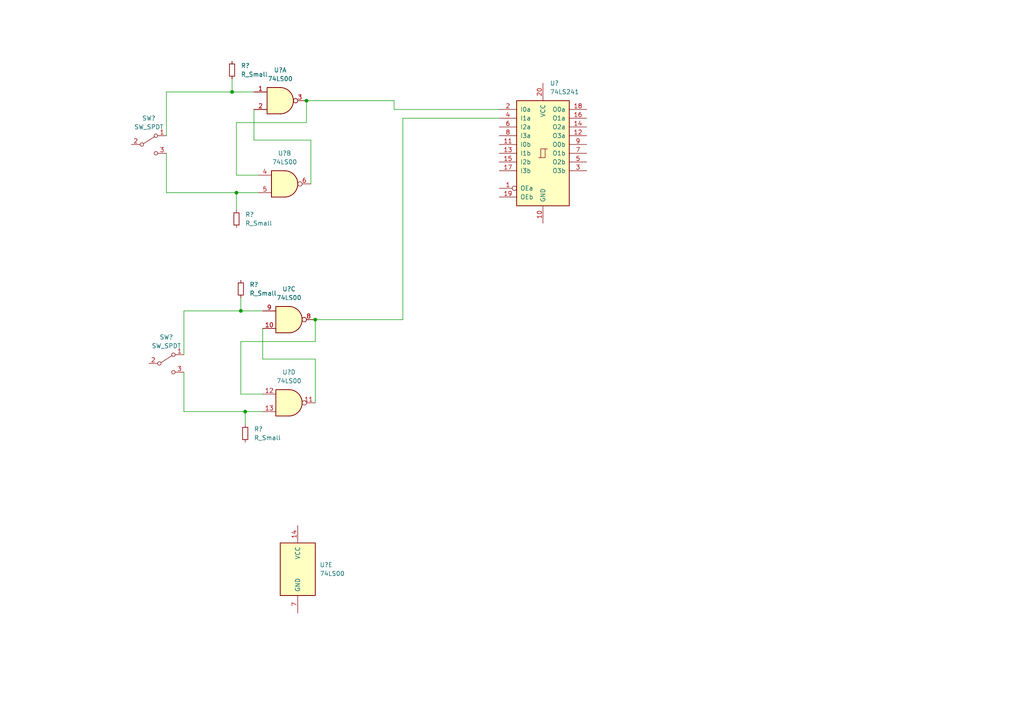
<source format=kicad_sch>
(kicad_sch (version 20211123) (generator eeschema)
  (paper "A4")
  (lib_symbols
    (symbol "74xx:74LS00" (pin_names (offset 1.016))
      (property "Reference" "U" (at 0 1.27 0))
      (property "Value" "74LS00" (at 0 -1.27 0))
      (symbol "74LS00_1_1"
        (arc (start 0 -3.81) (mid 3.81 0) (end 0 3.81) (stroke (width 0.254)) (fill (type background)))
        (polyline (pts (xy 0 3.81) (xy -3.81 3.81) (xy -3.81 -3.81) (xy 0 -3.81)) (stroke (width 0.254)) (fill (type background)))
        (pin input line (at -7.62 2.54 0) (length 3.81) (name "~") (number "1"))
        (pin input line (at -7.62 -2.54 0) (length 3.81) (name "~") (number "2"))
        (pin output inverted (at 7.62 0 180) (length 3.81) (name "~") (number "3"))
      )
      (symbol "74LS00_1_2"
        (arc (start -3.81 -3.81) (mid -2.589 0) (end -3.81 3.81) (stroke (width 0.254)))
        (arc (start -0.6096 -3.81) (mid 2.1855 -2.584) (end 3.81 0) (stroke (width 0.254)) (fill (type background)))
        (polyline (pts (xy -3.81 -3.81) (xy -0.635 -3.81)) (stroke (width 0.254)) (fill (type background)))
        (polyline (pts (xy -3.81 3.81) (xy -0.635 3.81)) (stroke (width 0.254)) (fill (type background)))
        (polyline (pts (xy -0.635 3.81) (xy -3.81 3.81) (xy -3.81 3.81) (xy -3.556 3.4036) (xy -3.0226 2.2606) (xy -2.6924 1.0414) (xy -2.6162 -0.254) (xy -2.7686 -1.4986) (xy -3.175 -2.7178) (xy -3.81 -3.81) (xy -3.81 -3.81) (xy -0.635 -3.81)) (stroke (width -25.4)) (fill (type background)))
        (arc (start 3.81 0) (mid 2.1928 2.5925) (end -0.6096 3.81) (stroke (width 0.254)) (fill (type background)))
        (pin input inverted (at -7.62 2.54 0) (length 4.318) (name "~") (number "1"))
        (pin input inverted (at -7.62 -2.54 0) (length 4.318) (name "~") (number "2"))
        (pin output line (at 7.62 0 180) (length 3.81) (name "~") (number "3"))
      )
      (symbol "74LS00_2_1"
        (arc (start 0 -3.81) (mid 3.81 0) (end 0 3.81) (stroke (width 0.254)) (fill (type background)))
        (polyline (pts (xy 0 3.81) (xy -3.81 3.81) (xy -3.81 -3.81) (xy 0 -3.81)) (stroke (width 0.254)) (fill (type background)))
        (pin input line (at -7.62 2.54 0) (length 3.81) (name "~") (number "4"))
        (pin input line (at -7.62 -2.54 0) (length 3.81) (name "~") (number "5"))
        (pin output inverted (at 7.62 0 180) (length 3.81) (name "~") (number "6"))
      )
      (symbol "74LS00_2_2"
        (arc (start -3.81 -3.81) (mid -2.589 0) (end -3.81 3.81) (stroke (width 0.254)))
        (arc (start -0.6096 -3.81) (mid 2.1855 -2.584) (end 3.81 0) (stroke (width 0.254)) (fill (type background)))
        (polyline (pts (xy -3.81 -3.81) (xy -0.635 -3.81)) (stroke (width 0.254)) (fill (type background)))
        (polyline (pts (xy -3.81 3.81) (xy -0.635 3.81)) (stroke (width 0.254)) (fill (type background)))
        (polyline (pts (xy -0.635 3.81) (xy -3.81 3.81) (xy -3.81 3.81) (xy -3.556 3.4036) (xy -3.0226 2.2606) (xy -2.6924 1.0414) (xy -2.6162 -0.254) (xy -2.7686 -1.4986) (xy -3.175 -2.7178) (xy -3.81 -3.81) (xy -3.81 -3.81) (xy -0.635 -3.81)) (stroke (width -25.4)) (fill (type background)))
        (arc (start 3.81 0) (mid 2.1928 2.5925) (end -0.6096 3.81) (stroke (width 0.254)) (fill (type background)))
        (pin input inverted (at -7.62 2.54 0) (length 4.318) (name "~") (number "4"))
        (pin input inverted (at -7.62 -2.54 0) (length 4.318) (name "~") (number "5"))
        (pin output line (at 7.62 0 180) (length 3.81) (name "~") (number "6"))
      )
      (symbol "74LS00_3_1"
        (arc (start 0 -3.81) (mid 3.81 0) (end 0 3.81) (stroke (width 0.254)) (fill (type background)))
        (polyline (pts (xy 0 3.81) (xy -3.81 3.81) (xy -3.81 -3.81) (xy 0 -3.81)) (stroke (width 0.254)) (fill (type background)))
        (pin input line (at -7.62 -2.54 0) (length 3.81) (name "~") (number "10"))
        (pin output inverted (at 7.62 0 180) (length 3.81) (name "~") (number "8"))
        (pin input line (at -7.62 2.54 0) (length 3.81) (name "~") (number "9"))
      )
      (symbol "74LS00_3_2"
        (arc (start -3.81 -3.81) (mid -2.589 0) (end -3.81 3.81) (stroke (width 0.254)))
        (arc (start -0.6096 -3.81) (mid 2.1855 -2.584) (end 3.81 0) (stroke (width 0.254)) (fill (type background)))
        (polyline (pts (xy -3.81 -3.81) (xy -0.635 -3.81)) (stroke (width 0.254)) (fill (type background)))
        (polyline (pts (xy -3.81 3.81) (xy -0.635 3.81)) (stroke (width 0.254)) (fill (type background)))
        (polyline (pts (xy -0.635 3.81) (xy -3.81 3.81) (xy -3.81 3.81) (xy -3.556 3.4036) (xy -3.0226 2.2606) (xy -2.6924 1.0414) (xy -2.6162 -0.254) (xy -2.7686 -1.4986) (xy -3.175 -2.7178) (xy -3.81 -3.81) (xy -3.81 -3.81) (xy -0.635 -3.81)) (stroke (width -25.4)) (fill (type background)))
        (arc (start 3.81 0) (mid 2.1928 2.5925) (end -0.6096 3.81) (stroke (width 0.254)) (fill (type background)))
        (pin input inverted (at -7.62 -2.54 0) (length 4.318) (name "~") (number "10"))
        (pin output line (at 7.62 0 180) (length 3.81) (name "~") (number "8"))
        (pin input inverted (at -7.62 2.54 0) (length 4.318) (name "~") (number "9"))
      )
      (symbol "74LS00_4_1"
        (arc (start 0 -3.81) (mid 3.81 0) (end 0 3.81) (stroke (width 0.254)) (fill (type background)))
        (polyline (pts (xy 0 3.81) (xy -3.81 3.81) (xy -3.81 -3.81) (xy 0 -3.81)) (stroke (width 0.254)) (fill (type background)))
        (pin output inverted (at 7.62 0 180) (length 3.81) (name "~") (number "11"))
        (pin input line (at -7.62 2.54 0) (length 3.81) (name "~") (number "12"))
        (pin input line (at -7.62 -2.54 0) (length 3.81) (name "~") (number "13"))
      )
      (symbol "74LS00_4_2"
        (arc (start -3.81 -3.81) (mid -2.589 0) (end -3.81 3.81) (stroke (width 0.254)))
        (arc (start -0.6096 -3.81) (mid 2.1855 -2.584) (end 3.81 0) (stroke (width 0.254)) (fill (type background)))
        (polyline (pts (xy -3.81 -3.81) (xy -0.635 -3.81)) (stroke (width 0.254)) (fill (type background)))
        (polyline (pts (xy -3.81 3.81) (xy -0.635 3.81)) (stroke (width 0.254)) (fill (type background)))
        (polyline (pts (xy -0.635 3.81) (xy -3.81 3.81) (xy -3.81 3.81) (xy -3.556 3.4036) (xy -3.0226 2.2606) (xy -2.6924 1.0414) (xy -2.6162 -0.254) (xy -2.7686 -1.4986) (xy -3.175 -2.7178) (xy -3.81 -3.81) (xy -3.81 -3.81) (xy -0.635 -3.81)) (stroke (width -25.4)) (fill (type background)))
        (arc (start 3.81 0) (mid 2.1928 2.5925) (end -0.6096 3.81) (stroke (width 0.254)) (fill (type background)))
        (pin output line (at 7.62 0 180) (length 3.81) (name "~") (number "11"))
        (pin input inverted (at -7.62 2.54 0) (length 4.318) (name "~") (number "12"))
        (pin input inverted (at -7.62 -2.54 0) (length 4.318) (name "~") (number "13"))
      )
      (symbol "74LS00_5_0"
        (pin power_in line (at 0 12.7 270) (length 5.08) (name "VCC") (number "14"))
        (pin power_in line (at 0 -12.7 90) (length 5.08) (name "GND") (number "7"))
      )
      (symbol "74LS00_5_1"
        (rectangle (start -5.08 7.62) (end 5.08 -7.62) (stroke (width 0.254)) (fill (type background)))
      )
    )
    (symbol "74xx:74LS241" (pin_names (offset 1.016))
      (property "Reference" "U" (at -7.62 16.51 0))
      (property "Value" "74LS241" (at -7.62 -16.51 0))
      (symbol "74LS241_1_0"
        (polyline (pts (xy -0.635 -1.27) (xy -0.635 1.27) (xy 0.635 1.27)))
        (polyline (pts (xy -1.27 -1.27) (xy 0.635 -1.27) (xy 0.635 1.27) (xy 1.27 1.27)))
        (pin input inverted (at -12.7 -10.16 0) (length 5.08) (name "OEa") (number "1"))
        (pin power_in line (at 0 -20.32 90) (length 5.08) (name "GND") (number "10"))
        (pin input line (at -12.7 2.54 0) (length 5.08) (name "I0b") (number "11"))
        (pin tri_state line (at 12.7 5.08 180) (length 5.08) (name "O3a") (number "12"))
        (pin input line (at -12.7 0 0) (length 5.08) (name "I1b") (number "13"))
        (pin tri_state line (at 12.7 7.62 180) (length 5.08) (name "O2a") (number "14"))
        (pin input line (at -12.7 -2.54 0) (length 5.08) (name "I2b") (number "15"))
        (pin tri_state line (at 12.7 10.16 180) (length 5.08) (name "O1a") (number "16"))
        (pin input line (at -12.7 -5.08 0) (length 5.08) (name "I3b") (number "17"))
        (pin tri_state line (at 12.7 12.7 180) (length 5.08) (name "O0a") (number "18"))
        (pin input line (at -12.7 -12.7 0) (length 5.08) (name "OEb") (number "19"))
        (pin input line (at -12.7 12.7 0) (length 5.08) (name "I0a") (number "2"))
        (pin power_in line (at 0 20.32 270) (length 5.08) (name "VCC") (number "20"))
        (pin tri_state line (at 12.7 -5.08 180) (length 5.08) (name "O3b") (number "3"))
        (pin input line (at -12.7 10.16 0) (length 5.08) (name "I1a") (number "4"))
        (pin tri_state line (at 12.7 -2.54 180) (length 5.08) (name "O2b") (number "5"))
        (pin input line (at -12.7 7.62 0) (length 5.08) (name "I2a") (number "6"))
        (pin tri_state line (at 12.7 0 180) (length 5.08) (name "O1b") (number "7"))
        (pin input line (at -12.7 5.08 0) (length 5.08) (name "I3a") (number "8"))
        (pin tri_state line (at 12.7 2.54 180) (length 5.08) (name "O0b") (number "9"))
      )
      (symbol "74LS241_1_1"
        (rectangle (start -7.62 15.24) (end 7.62 -15.24) (stroke (width 0.254)) (fill (type background)))
      )
    )
    (symbol "Device:R_Small" (pin_numbers hide) (pin_names (offset 0.254) hide)
      (property "Reference" "R" (at 0.762 0.508 0))
      (property "Value" "R_Small" (at 0.762 -1.016 0))
      (symbol "R_Small_0_1"
        (rectangle (start -0.762 1.778) (end 0.762 -1.778) (stroke (width 0.2032)))
      )
      (symbol "R_Small_1_1"
        (pin passive line (at 0 2.54 270) (length 0.762) (name "~") (number "1"))
        (pin passive line (at 0 -2.54 90) (length 0.762) (name "~") (number "2"))
      )
    )
    (symbol "Switch:SW_SPDT" (pin_names (offset 0) hide)
      (property "Reference" "SW" (at 0 4.318 0))
      (property "Value" "SW_SPDT" (at 0 -5.08 0))
      (symbol "SW_SPDT_0_0"
        (circle (center -2.032 0) (radius 0.508))
        (circle (center 2.032 -2.54) (radius 0.508))
      )
      (symbol "SW_SPDT_0_1"
        (polyline (pts (xy -1.524 0.254) (xy 1.651 2.286)))
        (circle (center 2.032 2.54) (radius 0.508))
      )
      (symbol "SW_SPDT_1_1"
        (pin passive line (at 5.08 2.54 180) (length 2.54) (name "A") (number "1"))
        (pin passive line (at -5.08 0 0) (length 2.54) (name "B") (number "2"))
        (pin passive line (at 5.08 -2.54 180) (length 2.54) (name "C") (number "3"))
      )
    )
  )
  (junction (at 67.31 26.67))
  (junction (at 88.9 29.21))
  (junction (at 91.44 92.71))
  (junction (at 71.12 119.38))
  (junction (at 69.85 90.17))
  (junction (at 68.58 55.88))
  (wire (pts (xy 68.58 55.88) (xy 68.58 60.96)))
  (wire (pts (xy 53.34 107.95) (xy 53.34 119.38)))
  (wire (pts (xy 91.44 92.71) (xy 91.44 99.06)))
  (wire (pts (xy 114.3 29.21) (xy 114.3 31.75)))
  (wire (pts (xy 69.85 99.06) (xy 69.85 114.3)))
  (wire (pts (xy 69.85 86.36) (xy 69.85 90.17)))
  (wire (pts (xy 91.44 99.06) (xy 69.85 99.06)))
  (wire (pts (xy 68.58 55.88) (xy 74.93 55.88)))
  (wire (pts (xy 90.17 40.64) (xy 73.66 40.64)))
  (wire (pts (xy 88.9 29.21) (xy 88.9 35.56)))
  (wire (pts (xy 48.26 26.67) (xy 67.31 26.67)))
  (wire (pts (xy 67.31 22.86) (xy 67.31 26.67)))
  (wire (pts (xy 116.84 34.29) (xy 144.78 34.29)))
  (wire (pts (xy 67.31 26.67) (xy 73.66 26.67)))
  (wire (pts (xy 76.2 95.25) (xy 76.2 104.14)))
  (wire (pts (xy 69.85 90.17) (xy 53.34 90.17)))
  (wire (pts (xy 53.34 90.17) (xy 53.34 102.87)))
  (wire (pts (xy 90.17 53.34) (xy 90.17 40.64)))
  (wire (pts (xy 114.3 31.75) (xy 144.78 31.75)))
  (wire (pts (xy 76.2 90.17) (xy 69.85 90.17)))
  (wire (pts (xy 91.44 116.84) (xy 91.44 104.14)))
  (wire (pts (xy 71.12 119.38) (xy 76.2 119.38)))
  (wire (pts (xy 68.58 50.8) (xy 74.93 50.8)))
  (wire (pts (xy 71.12 119.38) (xy 71.12 123.19)))
  (wire (pts (xy 69.85 114.3) (xy 76.2 114.3)))
  (wire (pts (xy 88.9 29.21) (xy 114.3 29.21)))
  (wire (pts (xy 116.84 92.71) (xy 116.84 34.29)))
  (wire (pts (xy 73.66 31.75) (xy 73.66 40.64)))
  (wire (pts (xy 88.9 35.56) (xy 68.58 35.56)))
  (wire (pts (xy 48.26 55.88) (xy 68.58 55.88)))
  (wire (pts (xy 48.26 44.45) (xy 48.26 55.88)))
  (wire (pts (xy 68.58 35.56) (xy 68.58 50.8)))
  (wire (pts (xy 91.44 92.71) (xy 116.84 92.71)))
  (wire (pts (xy 53.34 119.38) (xy 71.12 119.38)))
  (wire (pts (xy 91.44 104.14) (xy 76.2 104.14)))
  (wire (pts (xy 48.26 39.37) (xy 48.26 26.67)))
  (symbol (lib_id "Device:R_Small") (at 68.58 63.5 0) (unit 1)
    (property "Reference" "R?" (at 71.12 62.2299 0) (effects (justify left)))
    (property "Value" "R_Small" (at 71.12 64.7699 0) (effects (justify left)))
  )
  (symbol (lib_id "74xx:74LS00") (at 83.82 92.71 0) (unit 3)
    (property "Reference" "U?" (at 83.82 83.82 0))
    (property "Value" "74LS00" (at 83.82 86.36 0))
    (property "Datasheet" "http://www.ti.com/lit/gpn/sn74ls00" (effects hide))
  )
  (symbol (lib_id "74xx:74LS00") (at 81.28 29.21 0) (unit 1)
    (property "Reference" "U?" (at 81.28 20.32 0))
    (property "Value" "74LS00" (at 81.28 22.86 0))
    (property "Datasheet" "http://www.ti.com/lit/gpn/sn74ls00" (effects hide))
  )
  (symbol (lib_id "Device:R_Small") (at 71.12 125.73 0) (unit 1)
    (property "Reference" "R?" (at 73.66 124.4599 0) (effects (justify left)))
    (property "Value" "R_Small" (at 73.66 126.9999 0) (effects (justify left)))
  )
  (symbol (lib_id "Device:R_Small") (at 67.31 20.32 0) (unit 1)
    (property "Reference" "R?" (at 69.85 19.0499 0) (effects (justify left)))
    (property "Value" "R_Small" (at 69.85 21.5899 0) (effects (justify left)))
  )
  (symbol (lib_id "74xx:74LS00") (at 83.82 116.84 0) (unit 4)
    (property "Reference" "U?" (at 83.82 107.95 0))
    (property "Value" "74LS00" (at 83.82 110.49 0))
    (property "Datasheet" "http://www.ti.com/lit/gpn/sn74ls00" (effects hide))
  )
  (symbol (lib_id "Switch:SW_SPDT") (at 48.26 105.41 0) (unit 1)
    (property "Reference" "SW?" (at 48.26 97.79 0))
    (property "Value" "SW_SPDT" (at 48.26 100.33 0))
  )
  (symbol (lib_id "74xx:74LS241") (at 157.48 44.45 0) (unit 1)
    (property "Reference" "U?" (at 159.4994 24.13 0) (effects (justify left)))
    (property "Value" "74LS241" (at 159.4994 26.67 0) (effects (justify left)))
    (property "Datasheet" "http://www.ti.com/lit/ds/symlink/sn74ls241.pdf" (effects hide))
  )
  (symbol (lib_id "74xx:74LS00") (at 86.36 165.1 0) (unit 5)
    (property "Reference" "U?" (at 92.71 163.8299 0) (effects (justify left)))
    (property "Value" "74LS00" (at 92.71 166.3699 0) (effects (justify left)))
    (property "Datasheet" "http://www.ti.com/lit/gpn/sn74ls00" (effects hide))
  )
  (symbol (lib_id "Switch:SW_SPDT") (at 43.18 41.91 0) (unit 1)
    (property "Reference" "SW?" (at 43.18 34.29 0))
    (property "Value" "SW_SPDT" (at 43.18 36.83 0))
  )
  (symbol (lib_id "74xx:74LS00") (at 82.55 53.34 0) (unit 2)
    (property "Reference" "U?" (at 82.55 44.45 0))
    (property "Value" "74LS00" (at 82.55 46.99 0))
    (property "Datasheet" "http://www.ti.com/lit/gpn/sn74ls00" (effects hide))
  )
  (symbol (lib_id "Device:R_Small") (at 69.85 83.82 0) (unit 1)
    (property "Reference" "R?" (at 72.39 82.5499 0) (effects (justify left)))
    (property "Value" "R_Small" (at 72.39 85.0899 0) (effects (justify left)))
  )
)
</source>
